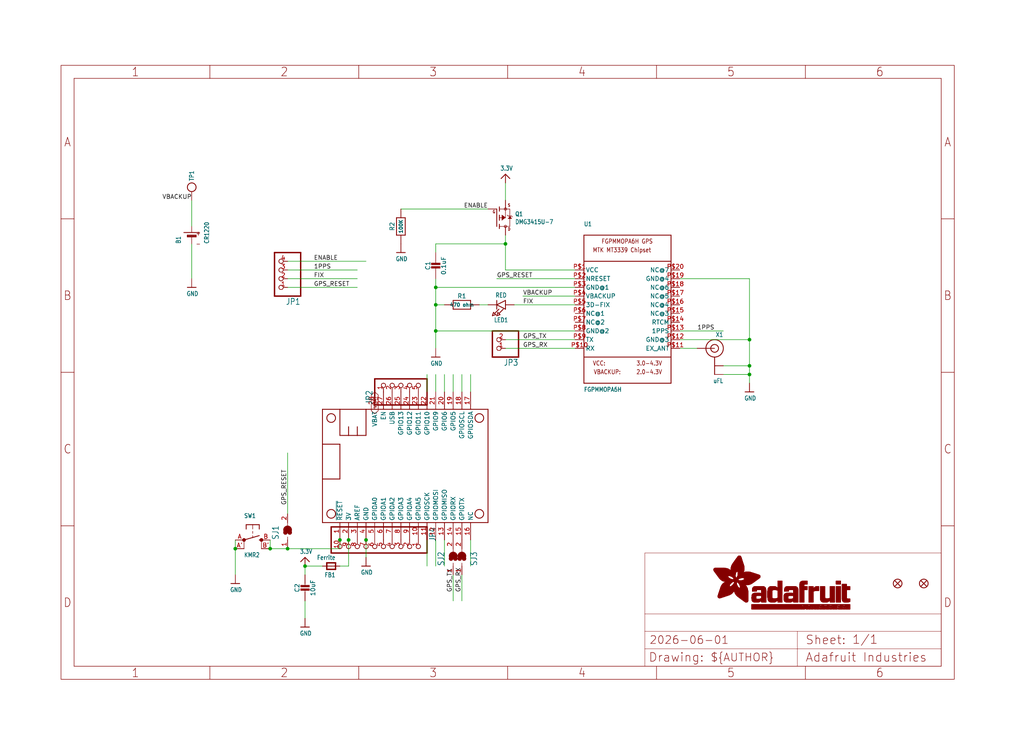
<source format=kicad_sch>
(kicad_sch (version 20230121) (generator eeschema)
  (paper "User" 298.45 217.322)
  (lib_symbols
    (symbol "working-eagle-import:3.3V" (power)
      (property "Value" "3.3V" (at -1.524 1.016 0))
      (symbol "3.3V_1_0"
        (pin power_in line (at 0 -2.54 90) (length 2.54) (name "3.3V") (number "1"))
      )
    )
    (symbol "working-eagle-import:ANTENNA_U.FL"
      (property "Reference" "X" (at -2.54 3.302 0))
      (symbol "ANTENNA_U.FL_1_0"
        (pin passive line (at -2.54 -5.08 0) (length 2.54) (name "GND@0") (number "1"))
        (pin passive line (at -2.54 -7.62 0) (length 2.54) (name "GND@1") (number "2"))
        (pin passive line (at 5.08 0 180) (length 5.08) (name "SIGNAL") (number "3"))
      )
    )
    (symbol "working-eagle-import:BATTERYCR1220_2"
      (property "Reference" "B" (at -2.54 3.175 0))
      (symbol "BATTERYCR1220_2_1_0"
        (text "+" (at 1.27 -1.143 900) (effects (font (size 1.27 1.0795)) (justify right top)))
        (text "-" (at -1.778 -1.143 900) (effects (font (size 1.27 1.0795)) (justify right top)))
        (pin passive line (at 2.54 0 180) (length 0) (name "+") (number "+"))
        (pin passive line (at -2.54 0 0) (length 0) (name "-") (number "-"))
      )
    )
    (symbol "working-eagle-import:CAP_CERAMIC0805-NOOUTLINE"
      (property "Reference" "C" (at -2.29 1.25 90))
      (symbol "CAP_CERAMIC0805-NOOUTLINE_1_0"
        (pin passive line (at 0 5.08 270) (length 2.54) (name "1") (number "1"))
        (pin passive line (at 0 -2.54 90) (length 2.54) (name "2") (number "2"))
      )
    )
    (symbol "working-eagle-import:FEATHERWING"
      (symbol "FEATHERWING_1_0"
        (pin input line (at 5.08 -5.08 90) (length 5.08) (name "~{RESET}") (number "1"))
        (pin bidirectional line (at 27.94 -5.08 90) (length 5.08) (name "GPIOA5") (number "10"))
        (pin bidirectional line (at 30.48 -5.08 90) (length 5.08) (name "GPIOSCK") (number "11"))
        (pin bidirectional line (at 33.02 -5.08 90) (length 5.08) (name "GPIOMOSI") (number "12"))
        (pin bidirectional line (at 35.56 -5.08 90) (length 5.08) (name "GPIOMISO") (number "13"))
        (pin bidirectional line (at 38.1 -5.08 90) (length 5.08) (name "GPIORX") (number "14"))
        (pin bidirectional line (at 40.64 -5.08 90) (length 5.08) (name "GPIOTX") (number "15"))
        (pin passive line (at 43.18 -5.08 90) (length 5.08) (name "NC") (number "16"))
        (pin bidirectional line (at 43.18 38.1 270) (length 5.08) (name "GPIOSDA") (number "17"))
        (pin bidirectional line (at 40.64 38.1 270) (length 5.08) (name "GPIOSCL") (number "18"))
        (pin bidirectional line (at 38.1 38.1 270) (length 5.08) (name "GPIO5") (number "19"))
        (pin power_in line (at 7.62 -5.08 90) (length 5.08) (name "3V") (number "2"))
        (pin bidirectional line (at 35.56 38.1 270) (length 5.08) (name "GPIO6") (number "20"))
        (pin bidirectional line (at 33.02 38.1 270) (length 5.08) (name "GPIO9") (number "21"))
        (pin bidirectional line (at 30.48 38.1 270) (length 5.08) (name "GPIO10") (number "22"))
        (pin bidirectional line (at 27.94 38.1 270) (length 5.08) (name "GPIO11") (number "23"))
        (pin bidirectional line (at 25.4 38.1 270) (length 5.08) (name "GPIO12") (number "24"))
        (pin bidirectional line (at 22.86 38.1 270) (length 5.08) (name "GPIO13") (number "25"))
        (pin power_in line (at 20.32 38.1 270) (length 5.08) (name "USB") (number "26"))
        (pin passive line (at 17.78 38.1 270) (length 5.08) (name "EN") (number "27"))
        (pin power_in line (at 15.24 38.1 270) (length 5.08) (name "VBAT") (number "28"))
        (pin passive line (at 10.16 -5.08 90) (length 5.08) (name "AREF") (number "3"))
        (pin power_in line (at 12.7 -5.08 90) (length 5.08) (name "GND") (number "4"))
        (pin bidirectional line (at 15.24 -5.08 90) (length 5.08) (name "GPIOA0") (number "5"))
        (pin bidirectional line (at 17.78 -5.08 90) (length 5.08) (name "GPIOA1") (number "6"))
        (pin bidirectional line (at 20.32 -5.08 90) (length 5.08) (name "GPIOA2") (number "7"))
        (pin bidirectional line (at 22.86 -5.08 90) (length 5.08) (name "GPIOA3") (number "8"))
        (pin bidirectional line (at 25.4 -5.08 90) (length 5.08) (name "GPIOA4") (number "9"))
      )
    )
    (symbol "working-eagle-import:FERRITE-0805NO"
      (property "Reference" "FB" (at -1.27 1.905 0))
      (symbol "FERRITE-0805NO_1_0"
        (pin passive line (at -2.54 0 0) (length 2.54) (name "P$1") (number "1"))
        (pin passive line (at 2.54 0 180) (length 2.54) (name "P$2") (number "2"))
      )
    )
    (symbol "working-eagle-import:FIDUCIAL{dblquote}{dblquote}")
    (symbol "working-eagle-import:FRAME_A4_ADAFRUIT"
      (symbol "FRAME_A4_ADAFRUIT_1_0"
        (text "${#}/${##}" (at 230.505 10.16 0) (effects (font (size 2.54 2.54)) (justify left bottom)))
        (text "${AUTHOR}" (at 189.23 5.08 0) (effects (font (size 2.286 2.286)) (justify left bottom)))
        (text "${CURRENT_DATE}" (at 171.45 10.16 0) (effects (font (size 2.286 2.286)) (justify left bottom)))
        (text "${PROJECTNAME}" (at 171.45 15.24 0) (effects (font (size 2.54 2.54)) (justify left bottom)))
        (text "1" (at 21.6958 1.905 0) (effects (font (size 2.54 2.286))))
        (text "1" (at 21.6958 177.165 0) (effects (font (size 2.54 2.286))))
        (text "2" (at 65.0875 1.905 0) (effects (font (size 2.54 2.286))))
        (text "2" (at 65.0875 177.165 0) (effects (font (size 2.54 2.286))))
        (text "3" (at 108.4792 1.905 0) (effects (font (size 2.54 2.286))))
        (text "3" (at 108.4792 177.165 0) (effects (font (size 2.54 2.286))))
        (text "4" (at 151.8708 1.905 0) (effects (font (size 2.54 2.286))))
        (text "4" (at 151.8708 177.165 0) (effects (font (size 2.54 2.286))))
        (text "5" (at 195.2625 1.905 0) (effects (font (size 2.54 2.286))))
        (text "5" (at 195.2625 177.165 0) (effects (font (size 2.54 2.286))))
        (text "6" (at 238.6542 1.905 0) (effects (font (size 2.54 2.286))))
        (text "6" (at 238.6542 177.165 0) (effects (font (size 2.54 2.286))))
        (text "A" (at 1.905 156.6863 0) (effects (font (size 2.54 2.286))))
        (text "A" (at 258.445 156.6863 0) (effects (font (size 2.54 2.286))))
        (text "Adafruit Industries" (at 216.916 4.953 0) (effects (font (size 2.54 2.54)) (justify left bottom)))
        (text "B" (at 1.905 111.9188 0) (effects (font (size 2.54 2.286))))
        (text "B" (at 258.445 111.9188 0) (effects (font (size 2.54 2.286))))
        (text "C" (at 1.905 67.1513 0) (effects (font (size 2.54 2.286))))
        (text "C" (at 258.445 67.1513 0) (effects (font (size 2.54 2.286))))
        (text "D" (at 1.905 22.3838 0) (effects (font (size 2.54 2.286))))
        (text "D" (at 258.445 22.3838 0) (effects (font (size 2.54 2.286))))
        (text "Drawing:" (at 171.196 4.953 0) (effects (font (size 2.54 2.54)) (justify left bottom)))
        (text "Sheet:" (at 216.916 10.033 0) (effects (font (size 2.54 2.54)) (justify left bottom)))
      )
    )
    (symbol "working-eagle-import:GND" (power)
      (property "Value" "GND" (at -1.524 -2.54 0))
      (symbol "GND_1_0"
        (pin power_in line (at 0 2.54 270) (length 2.54) (name "GND") (number "1"))
      )
    )
    (symbol "working-eagle-import:GPS_FGPMMOPA6H"
      (property "Reference" "U" (at -12.7 22.86 0))
      (symbol "GPS_FGPMMOPA6H_1_0"
        (text "2.0-4.3V" (at 2.54 -20.32 0) (effects (font (size 1.27 1.0795)) (justify left bottom)))
        (text "3.0-4.3V" (at 2.54 -17.78 0) (effects (font (size 1.27 1.0795)) (justify left bottom)))
        (text "FGPMMOPA6H GPS" (at -7.62 17.78 0) (effects (font (size 1.27 1.0795)) (justify left bottom)))
        (text "MTK MT3339 Chipset" (at -10.16 15.24 0) (effects (font (size 1.27 1.0795)) (justify left bottom)))
        (text "VBACKUP:" (at -9.906 -20.32 0) (effects (font (size 1.27 1.0795)) (justify left bottom)))
        (text "VCC:" (at -10.16 -17.78 0) (effects (font (size 1.27 1.0795)) (justify left bottom)))
        (pin bidirectional line (at -15.24 10.16 0) (length 2.54) (name "VCC") (number "P$1"))
        (pin bidirectional line (at -15.24 -12.7 0) (length 2.54) (name "RX") (number "P$10"))
        (pin bidirectional line (at 15.24 -12.7 180) (length 2.54) (name "EX_ANT") (number "P$11"))
        (pin bidirectional line (at 15.24 -10.16 180) (length 2.54) (name "GND@3") (number "P$12"))
        (pin bidirectional line (at 15.24 -7.62 180) (length 2.54) (name "1PPS") (number "P$13"))
        (pin bidirectional line (at 15.24 -5.08 180) (length 2.54) (name "RTCM") (number "P$14"))
        (pin bidirectional line (at 15.24 -2.54 180) (length 2.54) (name "NC@3") (number "P$15"))
        (pin bidirectional line (at 15.24 0 180) (length 2.54) (name "NC@4") (number "P$16"))
        (pin bidirectional line (at 15.24 2.54 180) (length 2.54) (name "NC@5") (number "P$17"))
        (pin bidirectional line (at 15.24 5.08 180) (length 2.54) (name "NC@6") (number "P$18"))
        (pin bidirectional line (at 15.24 7.62 180) (length 2.54) (name "GND@4") (number "P$19"))
        (pin bidirectional line (at -15.24 7.62 0) (length 2.54) (name "NRESET") (number "P$2"))
        (pin bidirectional line (at 15.24 10.16 180) (length 2.54) (name "NC@7") (number "P$20"))
        (pin bidirectional line (at -15.24 5.08 0) (length 2.54) (name "GND@1") (number "P$3"))
        (pin bidirectional line (at -15.24 2.54 0) (length 2.54) (name "VBACKUP") (number "P$4"))
        (pin bidirectional line (at -15.24 0 0) (length 2.54) (name "3D-FIX") (number "P$5"))
        (pin bidirectional line (at -15.24 -2.54 0) (length 2.54) (name "NC@1") (number "P$6"))
        (pin bidirectional line (at -15.24 -5.08 0) (length 2.54) (name "NC@2") (number "P$7"))
        (pin bidirectional line (at -15.24 -7.62 0) (length 2.54) (name "GND@2") (number "P$8"))
        (pin bidirectional line (at -15.24 -10.16 0) (length 2.54) (name "TX") (number "P$9"))
      )
    )
    (symbol "working-eagle-import:HEADER-1X10ROUND"
      (property "Reference" "JP" (at -6.35 13.335 0))
      (symbol "HEADER-1X10ROUND_1_0"
        (pin passive inverted (at -2.54 10.16 0) (length 2.54) (name "1") (number "1"))
        (pin passive inverted (at -2.54 -12.7 0) (length 2.54) (name "10") (number "10"))
        (pin passive inverted (at -2.54 7.62 0) (length 2.54) (name "2") (number "2"))
        (pin passive inverted (at -2.54 5.08 0) (length 2.54) (name "3") (number "3"))
        (pin passive inverted (at -2.54 2.54 0) (length 2.54) (name "4") (number "4"))
        (pin passive inverted (at -2.54 0 0) (length 2.54) (name "5") (number "5"))
        (pin passive inverted (at -2.54 -2.54 0) (length 2.54) (name "6") (number "6"))
        (pin passive inverted (at -2.54 -5.08 0) (length 2.54) (name "7") (number "7"))
        (pin passive inverted (at -2.54 -7.62 0) (length 2.54) (name "8") (number "8"))
        (pin passive inverted (at -2.54 -10.16 0) (length 2.54) (name "9") (number "9"))
      )
    )
    (symbol "working-eagle-import:HEADER-1X2ROUND"
      (property "Reference" "JP" (at -6.35 5.715 0))
      (symbol "HEADER-1X2ROUND_1_0"
        (pin passive inverted (at -2.54 2.54 0) (length 2.54) (name "1") (number "1"))
        (pin passive inverted (at -2.54 0 0) (length 2.54) (name "2") (number "2"))
      )
    )
    (symbol "working-eagle-import:HEADER-1X4ROUND"
      (property "Reference" "JP" (at -6.35 8.255 0))
      (symbol "HEADER-1X4ROUND_1_0"
        (pin passive inverted (at -2.54 5.08 0) (length 2.54) (name "1") (number "1"))
        (pin passive inverted (at -2.54 2.54 0) (length 2.54) (name "2") (number "2"))
        (pin passive inverted (at -2.54 0 0) (length 2.54) (name "3") (number "3"))
        (pin passive inverted (at -2.54 -2.54 0) (length 2.54) (name "4") (number "4"))
      )
    )
    (symbol "working-eagle-import:HEADER-1X570MIL"
      (property "Reference" "JP" (at -6.35 8.255 0))
      (symbol "HEADER-1X570MIL_1_0"
        (pin passive inverted (at -2.54 5.08 0) (length 2.54) (name "1") (number "1"))
        (pin passive inverted (at -2.54 2.54 0) (length 2.54) (name "2") (number "2"))
        (pin passive inverted (at -2.54 0 0) (length 2.54) (name "3") (number "3"))
        (pin passive inverted (at -2.54 -2.54 0) (length 2.54) (name "4") (number "4"))
        (pin passive inverted (at -2.54 -5.08 0) (length 2.54) (name "5") (number "5"))
      )
    )
    (symbol "working-eagle-import:LED0805_NOOUTLINE"
      (property "Reference" "D" (at -1.27 4.445 0))
      (symbol "LED0805_NOOUTLINE_1_0"
        (pin passive line (at -5.08 0 0) (length 2.54) (name "A") (number "A"))
        (pin passive line (at 2.54 0 180) (length 2.54) (name "C") (number "C"))
      )
    )
    (symbol "working-eagle-import:MOSFET-PWIDE"
      (property "Reference" "Q" (at 2.794 0.381 0))
      (symbol "MOSFET-PWIDE_1_0"
        (text "D" (at 0.635 -3.81 0) (effects (font (size 0.8128 0.6908)) (justify left bottom)))
        (text "G" (at -3.81 1.27 0) (effects (font (size 0.8128 0.6908)) (justify left bottom)))
        (text "S" (at 0.635 3.175 0) (effects (font (size 0.8128 0.6908)) (justify left bottom)))
        (pin passive line (at -5.08 2.54 0) (length 2.54) (name "G") (number "1"))
        (pin passive line (at 0 5.08 270) (length 2.54) (name "S") (number "2"))
        (pin passive line (at 0 -5.08 90) (length 2.54) (name "D") (number "3"))
      )
    )
    (symbol "working-eagle-import:RESISTOR0805_NOOUTLINE"
      (property "Reference" "R" (at 0 2.54 0))
      (symbol "RESISTOR0805_NOOUTLINE_1_0"
        (pin passive line (at -5.08 0 0) (length 2.54) (name "1") (number "1"))
        (pin passive line (at 5.08 0 180) (length 2.54) (name "2") (number "2"))
      )
    )
    (symbol "working-eagle-import:SOLDERJUMPER"
      (property "Reference" "SJ" (at -2.54 2.54 0))
      (symbol "SOLDERJUMPER_1_0"
        (pin passive line (at -5.08 0 0) (length 2.54) (name "1") (number "1"))
        (pin passive line (at 5.08 0 180) (length 2.54) (name "2") (number "2"))
      )
    )
    (symbol "working-eagle-import:SOLDERJUMPERCLOSED"
      (property "Reference" "SJ" (at -2.54 2.54 0))
      (symbol "SOLDERJUMPERCLOSED_1_0"
        (pin passive line (at -5.08 0 0) (length 2.54) (name "1") (number "1"))
        (pin passive line (at 5.08 0 180) (length 2.54) (name "2") (number "2"))
      )
    )
    (symbol "working-eagle-import:SWITCH_TACT_SMT4.6X2.8"
      (property "Reference" "SW" (at -2.54 6.35 0))
      (symbol "SWITCH_TACT_SMT4.6X2.8_1_0"
        (pin passive line (at -5.08 0 0) (length 2.54) (name "P") (number "A"))
        (pin passive line (at -5.08 -2.54 0) (length 2.54) (name "P1") (number "A'"))
        (pin passive line (at 5.08 0 180) (length 2.54) (name "S") (number "B"))
        (pin passive line (at 5.08 -2.54 180) (length 2.54) (name "S1") (number "B'"))
      )
    )
    (symbol "working-eagle-import:TESTPOINTROUND1.5MM"
      (property "Reference" "TP" (at 0 5.588 90))
      (symbol "TESTPOINTROUND1.5MM_1_0"
        (pin bidirectional line (at 0 0 90) (length 2.54) (name "P$1") (number "P$1"))
      )
    )
  )
  (junction (at 78.74 160.02))
  (junction (at 88.9 165.1))
  (junction (at 99.06 157.48))
  (junction (at 127 88.9))
  (junction (at 83.82 160.02))
  (junction (at 147.32 71.12))
  (junction (at 101.6 157.48))
  (junction (at 218.44 99.06))
  (junction (at 106.68 157.48))
  (junction (at 218.44 106.68))
  (junction (at 127 83.82))
  (junction (at 127 96.52))
  (junction (at 68.58 160.02))
  (junction (at 218.44 109.22))
  (wire (pts (xy 134.62 109.22) (xy 134.62 114.3)) (stroke (width 0.1524)))
  (wire (pts (xy 104.14 83.82) (xy 83.82 83.82)) (stroke (width 0.1524)))
  (wire (pts (xy 198.12 99.06) (xy 218.44 99.06)) (stroke (width 0.1524)))
  (wire (pts (xy 167.64 83.82) (xy 127 83.82)) (stroke (width 0.1524)))
  (wire (pts (xy 210.82 109.22) (xy 218.44 109.22)) (stroke (width 0.1524)))
  (wire (pts (xy 78.74 160.02) (xy 83.82 160.02)) (stroke (width 0.1524)))
  (wire (pts (xy 68.58 160.02) (xy 68.58 167.64)) (stroke (width 0.1524)))
  (wire (pts (xy 218.44 106.68) (xy 218.44 109.22)) (stroke (width 0.1524)))
  (wire (pts (xy 127 81.28) (xy 127 83.82)) (stroke (width 0.1524)))
  (wire (pts (xy 167.64 88.9) (xy 149.86 88.9)) (stroke (width 0.1524)))
  (wire (pts (xy 127 96.52) (xy 127 101.6)) (stroke (width 0.1524)))
  (wire (pts (xy 127 157.48) (xy 127 165.1)) (stroke (width 0.1524)))
  (wire (pts (xy 127 109.22) (xy 127 114.3)) (stroke (width 0.1524)))
  (wire (pts (xy 129.54 88.9) (xy 127 88.9)) (stroke (width 0.1524)))
  (wire (pts (xy 198.12 81.28) (xy 218.44 81.28)) (stroke (width 0.1524)))
  (wire (pts (xy 101.6 157.48) (xy 101.6 165.1)) (stroke (width 0.1524)))
  (wire (pts (xy 106.68 162.56) (xy 106.68 157.48)) (stroke (width 0.1524)))
  (wire (pts (xy 93.98 165.1) (xy 88.9 165.1)) (stroke (width 0.1524)))
  (wire (pts (xy 147.32 53.34) (xy 147.32 58.42)) (stroke (width 0.1524)))
  (wire (pts (xy 132.08 167.64) (xy 132.08 175.26)) (stroke (width 0.1524)))
  (wire (pts (xy 83.82 160.02) (xy 99.06 160.02)) (stroke (width 0.1524)))
  (wire (pts (xy 198.12 101.6) (xy 203.2 101.6)) (stroke (width 0.1524)))
  (wire (pts (xy 137.16 157.48) (xy 137.16 165.1)) (stroke (width 0.1524)))
  (wire (pts (xy 147.32 71.12) (xy 147.32 78.74)) (stroke (width 0.1524)))
  (wire (pts (xy 124.46 157.48) (xy 124.46 165.1)) (stroke (width 0.1524)))
  (wire (pts (xy 210.82 106.68) (xy 218.44 106.68)) (stroke (width 0.1524)))
  (wire (pts (xy 134.62 167.64) (xy 134.62 175.26)) (stroke (width 0.1524)))
  (wire (pts (xy 101.6 165.1) (xy 99.06 165.1)) (stroke (width 0.1524)))
  (wire (pts (xy 127 73.66) (xy 127 71.12)) (stroke (width 0.1524)))
  (wire (pts (xy 88.9 175.26) (xy 88.9 180.34)) (stroke (width 0.1524)))
  (wire (pts (xy 198.12 96.52) (xy 210.82 96.52)) (stroke (width 0.1524)))
  (wire (pts (xy 99.06 160.02) (xy 99.06 157.48)) (stroke (width 0.1524)))
  (wire (pts (xy 68.58 157.48) (xy 68.58 160.02)) (stroke (width 0.1524)))
  (wire (pts (xy 147.32 68.58) (xy 147.32 71.12)) (stroke (width 0.1524)))
  (wire (pts (xy 167.64 96.52) (xy 127 96.52)) (stroke (width 0.1524)))
  (wire (pts (xy 167.64 78.74) (xy 147.32 78.74)) (stroke (width 0.1524)))
  (wire (pts (xy 83.82 78.74) (xy 104.14 78.74)) (stroke (width 0.1524)))
  (wire (pts (xy 83.82 149.86) (xy 83.82 132.08)) (stroke (width 0.1524)))
  (wire (pts (xy 142.24 60.96) (xy 116.84 60.96)) (stroke (width 0.1524)))
  (wire (pts (xy 127 88.9) (xy 127 96.52)) (stroke (width 0.1524)))
  (wire (pts (xy 132.08 109.22) (xy 132.08 114.3)) (stroke (width 0.1524)))
  (wire (pts (xy 167.64 101.6) (xy 147.32 101.6)) (stroke (width 0.1524)))
  (wire (pts (xy 167.64 81.28) (xy 144.78 81.28)) (stroke (width 0.1524)))
  (wire (pts (xy 167.64 86.36) (xy 152.4 86.36)) (stroke (width 0.1524)))
  (wire (pts (xy 88.9 165.1) (xy 88.9 167.64)) (stroke (width 0.1524)))
  (wire (pts (xy 218.44 109.22) (xy 218.44 111.76)) (stroke (width 0.1524)))
  (wire (pts (xy 127 71.12) (xy 147.32 71.12)) (stroke (width 0.1524)))
  (wire (pts (xy 83.82 81.28) (xy 104.14 81.28)) (stroke (width 0.1524)))
  (wire (pts (xy 127 83.82) (xy 127 88.9)) (stroke (width 0.1524)))
  (wire (pts (xy 124.46 109.22) (xy 124.46 114.3)) (stroke (width 0.1524)))
  (wire (pts (xy 55.88 66.04) (xy 55.88 58.42)) (stroke (width 0.1524)))
  (wire (pts (xy 78.74 157.48) (xy 78.74 160.02)) (stroke (width 0.1524)))
  (wire (pts (xy 55.88 71.12) (xy 55.88 81.28)) (stroke (width 0.1524)))
  (wire (pts (xy 137.16 109.22) (xy 137.16 114.3)) (stroke (width 0.1524)))
  (wire (pts (xy 83.82 76.2) (xy 106.68 76.2)) (stroke (width 0.1524)))
  (wire (pts (xy 129.54 109.22) (xy 129.54 114.3)) (stroke (width 0.1524)))
  (wire (pts (xy 167.64 99.06) (xy 147.32 99.06)) (stroke (width 0.1524)))
  (wire (pts (xy 218.44 99.06) (xy 218.44 106.68)) (stroke (width 0.1524)))
  (wire (pts (xy 142.24 88.9) (xy 139.7 88.9)) (stroke (width 0.1524)))
  (wire (pts (xy 129.54 157.48) (xy 129.54 165.1)) (stroke (width 0.1524)))
  (wire (pts (xy 218.44 81.28) (xy 218.44 99.06)) (stroke (width 0.1524)))
  (label "GPS_TX" (at 132.08 172.72 90) (effects (font (size 1.2446 1.2446))))
  (label "GPS_RESET" (at 144.78 81.28 0) (effects (font (size 1.2446 1.2446))))
  (label "GPS_TX" (at 152.4 99.06 0) (effects (font (size 1.2446 1.2446))))
  (label "GPS_RESET" (at 83.82 147.32 90) (effects (font (size 1.2446 1.2446))))
  (label "VBACKUP" (at 55.88 58.42 180) (effects (font (size 1.2446 1.2446))))
  (label "FIX" (at 152.4 88.9 0) (effects (font (size 1.2446 1.2446))))
  (label "GPS_RX" (at 152.4 101.6 0) (effects (font (size 1.2446 1.2446))))
  (label "1PPS" (at 91.44 78.74 0) (effects (font (size 1.2446 1.2446))))
  (label "FIX" (at 91.44 81.28 0) (effects (font (size 1.2446 1.2446))))
  (label "GPS_RX" (at 134.62 172.72 90) (effects (font (size 1.2446 1.2446))))
  (label "1PPS" (at 203.2 96.52 0) (effects (font (size 1.2446 1.2446))))
  (label "VBACKUP" (at 152.4 86.36 0) (effects (font (size 1.2446 1.2446))))
  (label "ENABLE" (at 91.44 76.2 0) (effects (font (size 1.2446 1.2446))))
  (label "GPS_RESET" (at 91.44 83.82 0) (effects (font (size 1.2446 1.2446))))
  (label "ENABLE" (at 142.24 60.96 180) (effects (font (size 1.2446 1.2446))))
  (global_label "VBAT" (shape bidirectional) (at 109.22 114.3 270) (effects (font (size 1.016 1.016))) (property "Intersheetrefs" "${INTERSHEET_REFS}" (effects hide)))
  (symbol (lib_id "working-eagle-import:FIDUCIAL{dblquote}{dblquote}") (at 261.62 170.18 0) (unit 1)
    (property "Reference" "FID2" (effects hide))
    (property "Value" "FIDUCIAL{dblquote}{dblquote}" (effects hide))
    (property "Footprint" "working:FIDUCIAL_1MM" (effects hide))
  )
  (symbol (lib_id "working-eagle-import:GND") (at 116.84 73.66 0) (unit 1)
    (property "Reference" "#U$7" (effects hide))
    (property "Value" "GND" (at 115.316 76.2 0) (effects (font (size 1.27 1.0795)) (justify left bottom)))
  )
  (symbol (lib_id "working-eagle-import:SOLDERJUMPER") (at 83.82 154.94 90) (unit 1)
    (property "Reference" "SJ1" (at 81.28 157.48 0) (effects (font (size 1.778 1.5113)) (justify left bottom)))
    (property "Value" "SOLDERJUMPER" (effects hide))
    (property "Footprint" "working:SOLDERJUMPER_ARROW_NOPASTE" (effects hide))
  )
  (symbol (lib_id "working-eagle-import:HEADER-1X10ROUND") (at 111.76 160.02 270) (unit 1)
    (property "Reference" "JP4" (at 125.095 153.67 0) (effects (font (size 1.778 1.5113)) (justify left bottom)))
    (property "Value" "HEADER-1X10ROUND" (effects hide))
    (property "Footprint" "working:1X10_ROUND" (effects hide))
  )
  (symbol (lib_id "working-eagle-import:FERRITE-0805NO") (at 96.52 165.1 180) (unit 1)
    (property "Reference" "FB1" (at 97.79 167.005 0) (effects (font (size 1.27 1.0795)) (justify left bottom)))
    (property "Value" "Ferrite" (at 97.79 161.925 0) (effects (font (size 1.27 1.0795)) (justify left bottom)))
    (property "Footprint" "working:0805-NO" (effects hide))
  )
  (symbol (lib_id "working-eagle-import:3.3V") (at 88.9 162.56 0) (unit 1)
    (property "Reference" "#U$3" (effects hide))
    (property "Value" "3.3V" (at 87.376 161.544 0) (effects (font (size 1.27 1.0795)) (justify left bottom)))
  )
  (symbol (lib_id "working-eagle-import:GND") (at 55.88 83.82 0) (unit 1)
    (property "Reference" "#U$14" (effects hide))
    (property "Value" "GND" (at 54.356 86.36 0) (effects (font (size 1.27 1.0795)) (justify left bottom)))
  )
  (symbol (lib_id "working-eagle-import:FEATHERWING") (at 93.98 152.4 0) (unit 1)
    (property "Reference" "MS1" (effects hide))
    (property "Value" "FEATHERWING" (effects hide))
    (property "Footprint" "working:FEATHERWING" (effects hide))
  )
  (symbol (lib_id "working-eagle-import:RESISTOR0805_NOOUTLINE") (at 116.84 66.04 90) (unit 1)
    (property "Reference" "R2" (at 114.3 66.04 0))
    (property "Value" "100K" (at 116.84 66.04 0) (effects (font (size 1.016 1.016) bold)))
    (property "Footprint" "working:0805-NO" (effects hide))
  )
  (symbol (lib_id "working-eagle-import:FRAME_A4_ADAFRUIT") (at 17.78 198.12 0) (unit 1)
    (property "Reference" "#U$1" (effects hide))
    (property "Value" "FRAME_A4_ADAFRUIT" (effects hide))
  )
  (symbol (lib_id "working-eagle-import:SOLDERJUMPERCLOSED") (at 134.62 162.56 270) (mirror x) (unit 1)
    (property "Reference" "SJ3" (at 137.16 165.1 0) (effects (font (size 1.778 1.5113)) (justify left bottom)))
    (property "Value" "SOLDERJUMPERCLOSED" (effects hide))
    (property "Footprint" "working:SOLDERJUMPER_CLOSEDWIRE" (effects hide))
  )
  (symbol (lib_id "working-eagle-import:HEADER-1X4ROUND") (at 81.28 78.74 180) (unit 1)
    (property "Reference" "JP1" (at 87.63 86.995 0) (effects (font (size 1.778 1.5113)) (justify left bottom)))
    (property "Value" "HEADER-1X4ROUND" (effects hide))
    (property "Footprint" "working:1X04_ROUND" (effects hide))
  )
  (symbol (lib_id "working-eagle-import:GND") (at 127 104.14 0) (unit 1)
    (property "Reference" "#U$2" (effects hide))
    (property "Value" "GND" (at 125.476 106.68 0) (effects (font (size 1.27 1.0795)) (justify left bottom)))
  )
  (symbol (lib_id "working-eagle-import:GND") (at 218.44 114.3 0) (unit 1)
    (property "Reference" "#U$19" (effects hide))
    (property "Value" "GND" (at 216.916 116.84 0) (effects (font (size 1.27 1.0795)) (justify left bottom)))
  )
  (symbol (lib_id "working-eagle-import:TESTPOINTROUND1.5MM") (at 55.88 58.42 0) (unit 1)
    (property "Reference" "TP1" (at 55.88 52.832 90) (effects (font (size 1.27 1.0795)) (justify left)))
    (property "Value" "TESTPOINTROUND1.5MM" (effects hide))
    (property "Footprint" "working:TESTPOINT_ROUND_1.5MM" (effects hide))
  )
  (symbol (lib_id "working-eagle-import:ANTENNA_U.FL") (at 208.28 101.6 0) (mirror y) (unit 1)
    (property "Reference" "X1" (at 210.82 98.298 0) (effects (font (size 1.27 1.0795)) (justify left bottom)))
    (property "Value" "uFL" (at 210.82 111.76 0) (effects (font (size 1.27 1.0795)) (justify left bottom)))
    (property "Footprint" "working:U.FL" (effects hide))
  )
  (symbol (lib_id "working-eagle-import:3.3V") (at 147.32 50.8 0) (unit 1)
    (property "Reference" "#U$4" (effects hide))
    (property "Value" "3.3V" (at 145.796 49.784 0) (effects (font (size 1.27 1.0795)) (justify left bottom)))
  )
  (symbol (lib_id "working-eagle-import:GND") (at 68.58 170.18 0) (unit 1)
    (property "Reference" "#U$6" (effects hide))
    (property "Value" "GND" (at 67.056 172.72 0) (effects (font (size 1.27 1.0795)) (justify left bottom)))
  )
  (symbol (lib_id "working-eagle-import:SWITCH_TACT_SMT4.6X2.8") (at 73.66 157.48 0) (unit 1)
    (property "Reference" "SW1" (at 71.12 151.13 0) (effects (font (size 1.27 1.0795)) (justify left bottom)))
    (property "Value" "KMR2" (at 71.12 162.56 0) (effects (font (size 1.27 1.0795)) (justify left bottom)))
    (property "Footprint" "working:BTN_KMR2_4.6X2.8" (effects hide))
  )
  (symbol (lib_id "working-eagle-import:GND") (at 88.9 182.88 0) (unit 1)
    (property "Reference" "#U$5" (effects hide))
    (property "Value" "GND" (at 87.376 185.42 0) (effects (font (size 1.27 1.0795)) (justify left bottom)))
  )
  (symbol (lib_id "working-eagle-import:HEADER-1X570MIL") (at 116.84 111.76 90) (unit 1)
    (property "Reference" "JP2" (at 108.585 118.11 0) (effects (font (size 1.778 1.5113)) (justify left bottom)))
    (property "Value" "HEADER-1X570MIL" (effects hide))
    (property "Footprint" "working:1X05_ROUND_70" (effects hide))
  )
  (symbol (lib_id "working-eagle-import:SOLDERJUMPERCLOSED") (at 132.08 162.56 90) (unit 1)
    (property "Reference" "SJ2" (at 129.54 165.1 0) (effects (font (size 1.778 1.5113)) (justify left bottom)))
    (property "Value" "SOLDERJUMPERCLOSED" (effects hide))
    (property "Footprint" "working:SOLDERJUMPER_CLOSEDWIRE" (effects hide))
  )
  (symbol (lib_id "working-eagle-import:BATTERYCR1220_2") (at 55.88 68.58 90) (unit 1)
    (property "Reference" "B1" (at 52.705 71.12 0) (effects (font (size 1.27 1.0795)) (justify left bottom)))
    (property "Value" "CR1220" (at 60.96 71.12 0) (effects (font (size 1.27 1.0795)) (justify left bottom)))
    (property "Footprint" "working:CR1220-2" (effects hide))
  )
  (symbol (lib_id "working-eagle-import:LED0805_NOOUTLINE") (at 144.78 88.9 180) (unit 1)
    (property "Reference" "LED1" (at 146.05 93.345 0) (effects (font (size 1.27 1.0795))))
    (property "Value" "RED" (at 146.05 86.106 0) (effects (font (size 1.27 1.0795))))
    (property "Footprint" "working:CHIPLED_0805_NOOUTLINE" (effects hide))
  )
  (symbol (lib_id "working-eagle-import:MOSFET-PWIDE") (at 147.32 63.5 0) (unit 1)
    (property "Reference" "Q1" (at 150.114 63.119 0) (effects (font (size 1.27 1.0795)) (justify left bottom)))
    (property "Value" "DMG3415U-7 " (at 150.114 65.405 0) (effects (font (size 1.27 1.0795)) (justify left bottom)))
    (property "Footprint" "working:SOT23-WIDE" (effects hide))
  )
  (symbol (lib_id "working-eagle-import:CAP_CERAMIC0805-NOOUTLINE") (at 127 78.74 0) (unit 1)
    (property "Reference" "C1" (at 124.71 77.49 90))
    (property "Value" "0.1uF" (at 129.3 77.49 90))
    (property "Footprint" "working:0805-NO" (effects hide))
  )
  (symbol (lib_id "working-eagle-import:GND") (at 106.68 165.1 0) (unit 1)
    (property "Reference" "#U$8" (effects hide))
    (property "Value" "GND" (at 105.156 167.64 0) (effects (font (size 1.27 1.0795)) (justify left bottom)))
  )
  (symbol (lib_id "working-eagle-import:GPS_FGPMMOPA6H") (at 182.88 88.9 0) (unit 1)
    (property "Reference" "U1" (at 170.18 66.04 0) (effects (font (size 1.27 1.0795)) (justify left bottom)))
    (property "Value" "FGPMMOPA6H" (at 170.18 114.3 0) (effects (font (size 1.27 1.0795)) (justify left bottom)))
    (property "Footprint" "working:FGPMMOPA6H" (effects hide))
  )
  (symbol (lib_id "working-eagle-import:RESISTOR0805_NOOUTLINE") (at 134.62 88.9 0) (unit 1)
    (property "Reference" "R1" (at 134.62 86.36 0))
    (property "Value" "470 ohm" (at 134.62 88.9 0) (effects (font (size 1.016 1.016) bold)))
    (property "Footprint" "working:0805-NO" (effects hide))
  )
  (symbol (lib_id "working-eagle-import:FIDUCIAL{dblquote}{dblquote}") (at 269.24 170.18 0) (unit 1)
    (property "Reference" "FID1" (effects hide))
    (property "Value" "FIDUCIAL{dblquote}{dblquote}" (effects hide))
    (property "Footprint" "working:FIDUCIAL_1MM" (effects hide))
  )
  (symbol (lib_id "working-eagle-import:HEADER-1X2ROUND") (at 144.78 99.06 180) (unit 1)
    (property "Reference" "JP3" (at 151.13 104.775 0) (effects (font (size 1.778 1.5113)) (justify left bottom)))
    (property "Value" "HEADER-1X2ROUND" (effects hide))
    (property "Footprint" "working:1X02_ROUND" (effects hide))
  )
  (symbol (lib_id "working-eagle-import:CAP_CERAMIC0805-NOOUTLINE") (at 88.9 172.72 0) (unit 1)
    (property "Reference" "C2" (at 86.61 171.47 90))
    (property "Value" "10uF" (at 91.2 171.47 90))
    (property "Footprint" "working:0805-NO" (effects hide))
  )
)
</source>
